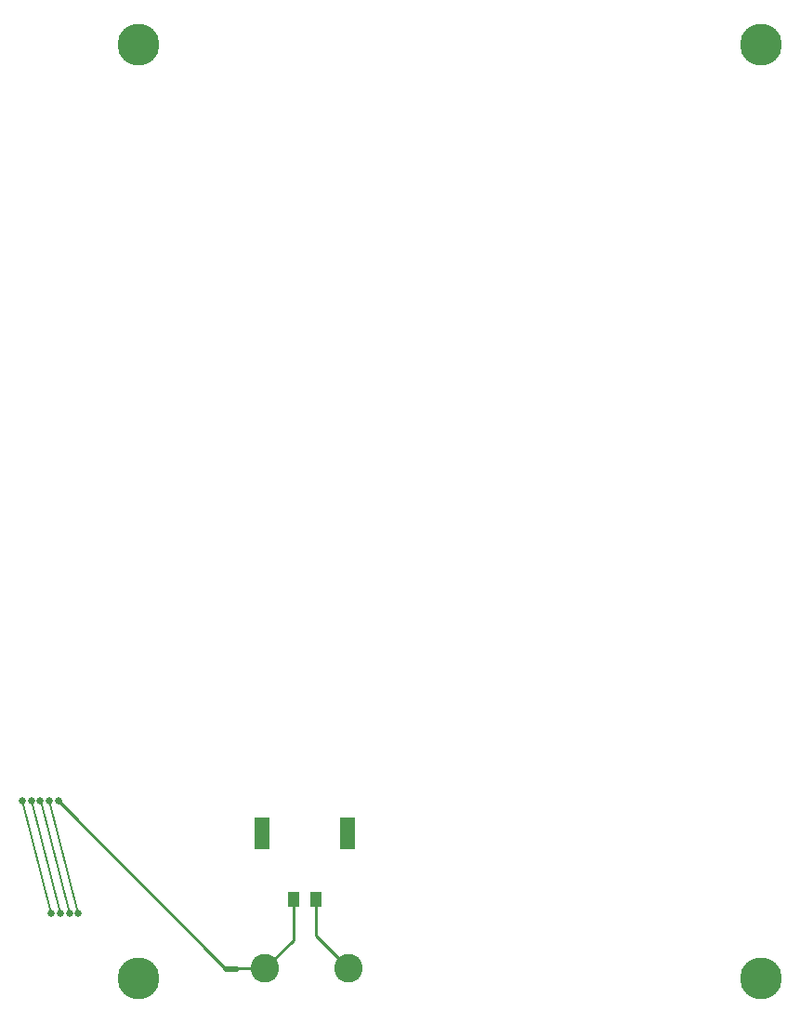
<source format=gbl>
%TF.GenerationSoftware,KiCad,Pcbnew,9.0.0*%
%TF.CreationDate,2025-03-15T16:04:47-07:00*%
%TF.ProjectId,Coil_Panel_Z,436f696c-5f50-4616-9e65-6c5f5a2e6b69,1.1*%
%TF.SameCoordinates,Original*%
%TF.FileFunction,Copper,L6,Bot*%
%TF.FilePolarity,Positive*%
%FSLAX46Y46*%
G04 Gerber Fmt 4.6, Leading zero omitted, Abs format (unit mm)*
G04 Created by KiCad (PCBNEW 9.0.0) date 2025-03-15 16:04:47*
%MOMM*%
%LPD*%
G01*
G04 APERTURE LIST*
%TA.AperFunction,EtchedComponent*%
%ADD10C,0.000000*%
%TD*%
%TA.AperFunction,ComponentPad*%
%ADD11C,2.600000*%
%TD*%
%TA.AperFunction,ConnectorPad*%
%ADD12C,3.800000*%
%TD*%
%TA.AperFunction,SMDPad,CuDef*%
%ADD13R,1.100000X1.450000*%
%TD*%
%TA.AperFunction,SMDPad,CuDef*%
%ADD14R,1.350000X2.899999*%
%TD*%
%TA.AperFunction,SMDPad,CuDef*%
%ADD15C,0.500000*%
%TD*%
%TA.AperFunction,ViaPad*%
%ADD16C,0.650000*%
%TD*%
%TA.AperFunction,Conductor*%
%ADD17C,0.250000*%
%TD*%
%TA.AperFunction,Conductor*%
%ADD18C,0.180000*%
%TD*%
G04 APERTURE END LIST*
D10*
%TA.AperFunction,EtchedComponent*%
G36*
X100079000Y-147949000D02*
G01*
X99079000Y-147949000D01*
X99079000Y-147449000D01*
X100079000Y-147449000D01*
X100079000Y-147949000D01*
G37*
%TD.AperFunction*%
D11*
X91151143Y-148603288D03*
D12*
X91151143Y-148603288D03*
D11*
X147825143Y-63603288D03*
D12*
X147825143Y-63603288D03*
D11*
X147825143Y-148603288D03*
D12*
X147825143Y-148603288D03*
D11*
X91151143Y-63603288D03*
D12*
X91151143Y-63603288D03*
D11*
X102684000Y-147684000D03*
X110304000Y-147684000D03*
D13*
X105304000Y-141374000D03*
X107304001Y-141374000D03*
D14*
X102409002Y-135399001D03*
X110198997Y-135399001D03*
D15*
X99079000Y-147699000D03*
X100079000Y-147699000D03*
D16*
X81394000Y-132364000D03*
X83014000Y-132364000D03*
X84844000Y-142624000D03*
X82204000Y-132364000D03*
X83824000Y-132364000D03*
X83174000Y-142624000D03*
X80584000Y-132364000D03*
X85654000Y-142624000D03*
X83984000Y-142624000D03*
D17*
X102684000Y-147684000D02*
X105304000Y-145064000D01*
X105304000Y-145064000D02*
X105304000Y-141374000D01*
X102684000Y-147684000D02*
X100094000Y-147684000D01*
X100094000Y-147684000D02*
X100079000Y-147699000D01*
X99079000Y-147699000D02*
X83824000Y-132444000D01*
D18*
X83174000Y-142624000D02*
X80584000Y-132364000D01*
D17*
X83824000Y-132444000D02*
X83824000Y-132364000D01*
D18*
X85604000Y-142624000D02*
X83014000Y-132364000D01*
D17*
X107304001Y-144684001D02*
X107304001Y-141374000D01*
D18*
X83984000Y-142624000D02*
X81394000Y-132364000D01*
D17*
X110304000Y-147684000D02*
X107304001Y-144684001D01*
D18*
X84844000Y-142624000D02*
X82254000Y-132364000D01*
M02*

</source>
